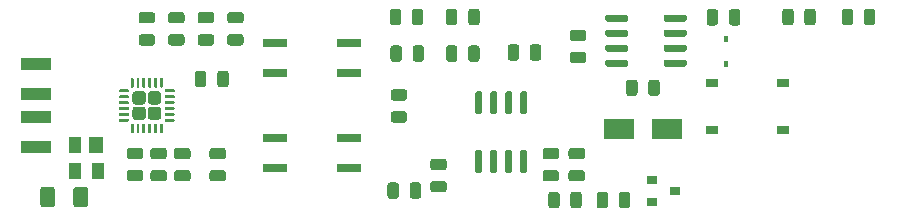
<source format=gbr>
G04 #@! TF.GenerationSoftware,KiCad,Pcbnew,(5.1.6)-1*
G04 #@! TF.CreationDate,2020-11-13T23:39:30+01:00*
G04 #@! TF.ProjectId,ebuzzz-adapter,6562757a-7a7a-42d6-9164-61707465722e,rev?*
G04 #@! TF.SameCoordinates,Original*
G04 #@! TF.FileFunction,Paste,Top*
G04 #@! TF.FilePolarity,Positive*
%FSLAX46Y46*%
G04 Gerber Fmt 4.6, Leading zero omitted, Abs format (unit mm)*
G04 Created by KiCad (PCBNEW (5.1.6)-1) date 2020-11-13 23:39:30*
%MOMM*%
%LPD*%
G01*
G04 APERTURE LIST*
%ADD10R,1.000000X0.700000*%
%ADD11R,2.500000X1.800000*%
%ADD12R,0.900000X0.800000*%
%ADD13R,0.450000X0.600000*%
%ADD14R,1.000000X1.400000*%
%ADD15R,1.200000X1.400000*%
%ADD16R,2.500000X1.100000*%
%ADD17R,2.000000X0.640000*%
G04 APERTURE END LIST*
D10*
X161825000Y-77100000D03*
X161825000Y-81100000D03*
X155875000Y-81100000D03*
X155875000Y-77100000D03*
D11*
X148000000Y-81000000D03*
X152000000Y-81000000D03*
D12*
X152750000Y-86250000D03*
X150750000Y-87200000D03*
X150750000Y-85300000D03*
G36*
G01*
X139755000Y-82750000D02*
X140055000Y-82750000D01*
G75*
G02*
X140205000Y-82900000I0J-150000D01*
G01*
X140205000Y-84550000D01*
G75*
G02*
X140055000Y-84700000I-150000J0D01*
G01*
X139755000Y-84700000D01*
G75*
G02*
X139605000Y-84550000I0J150000D01*
G01*
X139605000Y-82900000D01*
G75*
G02*
X139755000Y-82750000I150000J0D01*
G01*
G37*
G36*
G01*
X138485000Y-82750000D02*
X138785000Y-82750000D01*
G75*
G02*
X138935000Y-82900000I0J-150000D01*
G01*
X138935000Y-84550000D01*
G75*
G02*
X138785000Y-84700000I-150000J0D01*
G01*
X138485000Y-84700000D01*
G75*
G02*
X138335000Y-84550000I0J150000D01*
G01*
X138335000Y-82900000D01*
G75*
G02*
X138485000Y-82750000I150000J0D01*
G01*
G37*
G36*
G01*
X137215000Y-82750000D02*
X137515000Y-82750000D01*
G75*
G02*
X137665000Y-82900000I0J-150000D01*
G01*
X137665000Y-84550000D01*
G75*
G02*
X137515000Y-84700000I-150000J0D01*
G01*
X137215000Y-84700000D01*
G75*
G02*
X137065000Y-84550000I0J150000D01*
G01*
X137065000Y-82900000D01*
G75*
G02*
X137215000Y-82750000I150000J0D01*
G01*
G37*
G36*
G01*
X135945000Y-82750000D02*
X136245000Y-82750000D01*
G75*
G02*
X136395000Y-82900000I0J-150000D01*
G01*
X136395000Y-84550000D01*
G75*
G02*
X136245000Y-84700000I-150000J0D01*
G01*
X135945000Y-84700000D01*
G75*
G02*
X135795000Y-84550000I0J150000D01*
G01*
X135795000Y-82900000D01*
G75*
G02*
X135945000Y-82750000I150000J0D01*
G01*
G37*
G36*
G01*
X135945000Y-77800000D02*
X136245000Y-77800000D01*
G75*
G02*
X136395000Y-77950000I0J-150000D01*
G01*
X136395000Y-79600000D01*
G75*
G02*
X136245000Y-79750000I-150000J0D01*
G01*
X135945000Y-79750000D01*
G75*
G02*
X135795000Y-79600000I0J150000D01*
G01*
X135795000Y-77950000D01*
G75*
G02*
X135945000Y-77800000I150000J0D01*
G01*
G37*
G36*
G01*
X137215000Y-77800000D02*
X137515000Y-77800000D01*
G75*
G02*
X137665000Y-77950000I0J-150000D01*
G01*
X137665000Y-79600000D01*
G75*
G02*
X137515000Y-79750000I-150000J0D01*
G01*
X137215000Y-79750000D01*
G75*
G02*
X137065000Y-79600000I0J150000D01*
G01*
X137065000Y-77950000D01*
G75*
G02*
X137215000Y-77800000I150000J0D01*
G01*
G37*
G36*
G01*
X138485000Y-77800000D02*
X138785000Y-77800000D01*
G75*
G02*
X138935000Y-77950000I0J-150000D01*
G01*
X138935000Y-79600000D01*
G75*
G02*
X138785000Y-79750000I-150000J0D01*
G01*
X138485000Y-79750000D01*
G75*
G02*
X138335000Y-79600000I0J150000D01*
G01*
X138335000Y-77950000D01*
G75*
G02*
X138485000Y-77800000I150000J0D01*
G01*
G37*
G36*
G01*
X139755000Y-77800000D02*
X140055000Y-77800000D01*
G75*
G02*
X140205000Y-77950000I0J-150000D01*
G01*
X140205000Y-79600000D01*
G75*
G02*
X140055000Y-79750000I-150000J0D01*
G01*
X139755000Y-79750000D01*
G75*
G02*
X139605000Y-79600000I0J150000D01*
G01*
X139605000Y-77950000D01*
G75*
G02*
X139755000Y-77800000I150000J0D01*
G01*
G37*
G36*
G01*
X151750000Y-71745000D02*
X151750000Y-71445000D01*
G75*
G02*
X151900000Y-71295000I150000J0D01*
G01*
X153550000Y-71295000D01*
G75*
G02*
X153700000Y-71445000I0J-150000D01*
G01*
X153700000Y-71745000D01*
G75*
G02*
X153550000Y-71895000I-150000J0D01*
G01*
X151900000Y-71895000D01*
G75*
G02*
X151750000Y-71745000I0J150000D01*
G01*
G37*
G36*
G01*
X151750000Y-73015000D02*
X151750000Y-72715000D01*
G75*
G02*
X151900000Y-72565000I150000J0D01*
G01*
X153550000Y-72565000D01*
G75*
G02*
X153700000Y-72715000I0J-150000D01*
G01*
X153700000Y-73015000D01*
G75*
G02*
X153550000Y-73165000I-150000J0D01*
G01*
X151900000Y-73165000D01*
G75*
G02*
X151750000Y-73015000I0J150000D01*
G01*
G37*
G36*
G01*
X151750000Y-74285000D02*
X151750000Y-73985000D01*
G75*
G02*
X151900000Y-73835000I150000J0D01*
G01*
X153550000Y-73835000D01*
G75*
G02*
X153700000Y-73985000I0J-150000D01*
G01*
X153700000Y-74285000D01*
G75*
G02*
X153550000Y-74435000I-150000J0D01*
G01*
X151900000Y-74435000D01*
G75*
G02*
X151750000Y-74285000I0J150000D01*
G01*
G37*
G36*
G01*
X151750000Y-75555000D02*
X151750000Y-75255000D01*
G75*
G02*
X151900000Y-75105000I150000J0D01*
G01*
X153550000Y-75105000D01*
G75*
G02*
X153700000Y-75255000I0J-150000D01*
G01*
X153700000Y-75555000D01*
G75*
G02*
X153550000Y-75705000I-150000J0D01*
G01*
X151900000Y-75705000D01*
G75*
G02*
X151750000Y-75555000I0J150000D01*
G01*
G37*
G36*
G01*
X146800000Y-75555000D02*
X146800000Y-75255000D01*
G75*
G02*
X146950000Y-75105000I150000J0D01*
G01*
X148600000Y-75105000D01*
G75*
G02*
X148750000Y-75255000I0J-150000D01*
G01*
X148750000Y-75555000D01*
G75*
G02*
X148600000Y-75705000I-150000J0D01*
G01*
X146950000Y-75705000D01*
G75*
G02*
X146800000Y-75555000I0J150000D01*
G01*
G37*
G36*
G01*
X146800000Y-74285000D02*
X146800000Y-73985000D01*
G75*
G02*
X146950000Y-73835000I150000J0D01*
G01*
X148600000Y-73835000D01*
G75*
G02*
X148750000Y-73985000I0J-150000D01*
G01*
X148750000Y-74285000D01*
G75*
G02*
X148600000Y-74435000I-150000J0D01*
G01*
X146950000Y-74435000D01*
G75*
G02*
X146800000Y-74285000I0J150000D01*
G01*
G37*
G36*
G01*
X146800000Y-73015000D02*
X146800000Y-72715000D01*
G75*
G02*
X146950000Y-72565000I150000J0D01*
G01*
X148600000Y-72565000D01*
G75*
G02*
X148750000Y-72715000I0J-150000D01*
G01*
X148750000Y-73015000D01*
G75*
G02*
X148600000Y-73165000I-150000J0D01*
G01*
X146950000Y-73165000D01*
G75*
G02*
X146800000Y-73015000I0J150000D01*
G01*
G37*
G36*
G01*
X146800000Y-71745000D02*
X146800000Y-71445000D01*
G75*
G02*
X146950000Y-71295000I150000J0D01*
G01*
X148600000Y-71295000D01*
G75*
G02*
X148750000Y-71445000I0J-150000D01*
G01*
X148750000Y-71745000D01*
G75*
G02*
X148600000Y-71895000I-150000J0D01*
G01*
X146950000Y-71895000D01*
G75*
G02*
X146800000Y-71745000I0J150000D01*
G01*
G37*
D13*
X157000000Y-75450000D03*
X157000000Y-73350000D03*
G36*
G01*
X106543750Y-84450000D02*
X107456250Y-84450000D01*
G75*
G02*
X107700000Y-84693750I0J-243750D01*
G01*
X107700000Y-85181250D01*
G75*
G02*
X107456250Y-85425000I-243750J0D01*
G01*
X106543750Y-85425000D01*
G75*
G02*
X106300000Y-85181250I0J243750D01*
G01*
X106300000Y-84693750D01*
G75*
G02*
X106543750Y-84450000I243750J0D01*
G01*
G37*
G36*
G01*
X106543750Y-82575000D02*
X107456250Y-82575000D01*
G75*
G02*
X107700000Y-82818750I0J-243750D01*
G01*
X107700000Y-83306250D01*
G75*
G02*
X107456250Y-83550000I-243750J0D01*
G01*
X106543750Y-83550000D01*
G75*
G02*
X106300000Y-83306250I0J243750D01*
G01*
X106300000Y-82818750D01*
G75*
G02*
X106543750Y-82575000I243750J0D01*
G01*
G37*
G36*
G01*
X113543750Y-84450000D02*
X114456250Y-84450000D01*
G75*
G02*
X114700000Y-84693750I0J-243750D01*
G01*
X114700000Y-85181250D01*
G75*
G02*
X114456250Y-85425000I-243750J0D01*
G01*
X113543750Y-85425000D01*
G75*
G02*
X113300000Y-85181250I0J243750D01*
G01*
X113300000Y-84693750D01*
G75*
G02*
X113543750Y-84450000I243750J0D01*
G01*
G37*
G36*
G01*
X113543750Y-82575000D02*
X114456250Y-82575000D01*
G75*
G02*
X114700000Y-82818750I0J-243750D01*
G01*
X114700000Y-83306250D01*
G75*
G02*
X114456250Y-83550000I-243750J0D01*
G01*
X113543750Y-83550000D01*
G75*
G02*
X113300000Y-83306250I0J243750D01*
G01*
X113300000Y-82818750D01*
G75*
G02*
X113543750Y-82575000I243750J0D01*
G01*
G37*
G36*
G01*
X110543750Y-84450000D02*
X111456250Y-84450000D01*
G75*
G02*
X111700000Y-84693750I0J-243750D01*
G01*
X111700000Y-85181250D01*
G75*
G02*
X111456250Y-85425000I-243750J0D01*
G01*
X110543750Y-85425000D01*
G75*
G02*
X110300000Y-85181250I0J243750D01*
G01*
X110300000Y-84693750D01*
G75*
G02*
X110543750Y-84450000I243750J0D01*
G01*
G37*
G36*
G01*
X110543750Y-82575000D02*
X111456250Y-82575000D01*
G75*
G02*
X111700000Y-82818750I0J-243750D01*
G01*
X111700000Y-83306250D01*
G75*
G02*
X111456250Y-83550000I-243750J0D01*
G01*
X110543750Y-83550000D01*
G75*
G02*
X110300000Y-83306250I0J243750D01*
G01*
X110300000Y-82818750D01*
G75*
G02*
X110543750Y-82575000I243750J0D01*
G01*
G37*
G36*
G01*
X108543750Y-84450000D02*
X109456250Y-84450000D01*
G75*
G02*
X109700000Y-84693750I0J-243750D01*
G01*
X109700000Y-85181250D01*
G75*
G02*
X109456250Y-85425000I-243750J0D01*
G01*
X108543750Y-85425000D01*
G75*
G02*
X108300000Y-85181250I0J243750D01*
G01*
X108300000Y-84693750D01*
G75*
G02*
X108543750Y-84450000I243750J0D01*
G01*
G37*
G36*
G01*
X108543750Y-82575000D02*
X109456250Y-82575000D01*
G75*
G02*
X109700000Y-82818750I0J-243750D01*
G01*
X109700000Y-83306250D01*
G75*
G02*
X109456250Y-83550000I-243750J0D01*
G01*
X108543750Y-83550000D01*
G75*
G02*
X108300000Y-83306250I0J243750D01*
G01*
X108300000Y-82818750D01*
G75*
G02*
X108543750Y-82575000I243750J0D01*
G01*
G37*
D14*
X103850000Y-84500000D03*
X101950000Y-84500000D03*
X101950000Y-82300000D03*
D15*
X103670000Y-82300000D03*
G36*
G01*
X101775000Y-87375000D02*
X101775000Y-86125000D01*
G75*
G02*
X102025000Y-85875000I250000J0D01*
G01*
X102775000Y-85875000D01*
G75*
G02*
X103025000Y-86125000I0J-250000D01*
G01*
X103025000Y-87375000D01*
G75*
G02*
X102775000Y-87625000I-250000J0D01*
G01*
X102025000Y-87625000D01*
G75*
G02*
X101775000Y-87375000I0J250000D01*
G01*
G37*
G36*
G01*
X98975000Y-87375000D02*
X98975000Y-86125000D01*
G75*
G02*
X99225000Y-85875000I250000J0D01*
G01*
X99975000Y-85875000D01*
G75*
G02*
X100225000Y-86125000I0J-250000D01*
G01*
X100225000Y-87375000D01*
G75*
G02*
X99975000Y-87625000I-250000J0D01*
G01*
X99225000Y-87625000D01*
G75*
G02*
X98975000Y-87375000I0J250000D01*
G01*
G37*
D16*
X98650000Y-75500000D03*
X98650000Y-82500000D03*
X98650000Y-78000000D03*
X98650000Y-80000000D03*
G36*
G01*
X110043750Y-72950000D02*
X110956250Y-72950000D01*
G75*
G02*
X111200000Y-73193750I0J-243750D01*
G01*
X111200000Y-73681250D01*
G75*
G02*
X110956250Y-73925000I-243750J0D01*
G01*
X110043750Y-73925000D01*
G75*
G02*
X109800000Y-73681250I0J243750D01*
G01*
X109800000Y-73193750D01*
G75*
G02*
X110043750Y-72950000I243750J0D01*
G01*
G37*
G36*
G01*
X110043750Y-71075000D02*
X110956250Y-71075000D01*
G75*
G02*
X111200000Y-71318750I0J-243750D01*
G01*
X111200000Y-71806250D01*
G75*
G02*
X110956250Y-72050000I-243750J0D01*
G01*
X110043750Y-72050000D01*
G75*
G02*
X109800000Y-71806250I0J243750D01*
G01*
X109800000Y-71318750D01*
G75*
G02*
X110043750Y-71075000I243750J0D01*
G01*
G37*
D17*
X125150000Y-73730000D03*
X125150000Y-76270000D03*
X118850000Y-76270000D03*
X118850000Y-73730000D03*
X118850000Y-84270000D03*
X118850000Y-81730000D03*
X125150000Y-81730000D03*
X125150000Y-84270000D03*
G36*
G01*
X149550000Y-77043750D02*
X149550000Y-77956250D01*
G75*
G02*
X149306250Y-78200000I-243750J0D01*
G01*
X148818750Y-78200000D01*
G75*
G02*
X148575000Y-77956250I0J243750D01*
G01*
X148575000Y-77043750D01*
G75*
G02*
X148818750Y-76800000I243750J0D01*
G01*
X149306250Y-76800000D01*
G75*
G02*
X149550000Y-77043750I0J-243750D01*
G01*
G37*
G36*
G01*
X151425000Y-77043750D02*
X151425000Y-77956250D01*
G75*
G02*
X151181250Y-78200000I-243750J0D01*
G01*
X150693750Y-78200000D01*
G75*
G02*
X150450000Y-77956250I0J243750D01*
G01*
X150450000Y-77043750D01*
G75*
G02*
X150693750Y-76800000I243750J0D01*
G01*
X151181250Y-76800000D01*
G75*
G02*
X151425000Y-77043750I0J-243750D01*
G01*
G37*
G36*
G01*
X144043750Y-74450000D02*
X144956250Y-74450000D01*
G75*
G02*
X145200000Y-74693750I0J-243750D01*
G01*
X145200000Y-75181250D01*
G75*
G02*
X144956250Y-75425000I-243750J0D01*
G01*
X144043750Y-75425000D01*
G75*
G02*
X143800000Y-75181250I0J243750D01*
G01*
X143800000Y-74693750D01*
G75*
G02*
X144043750Y-74450000I243750J0D01*
G01*
G37*
G36*
G01*
X144043750Y-72575000D02*
X144956250Y-72575000D01*
G75*
G02*
X145200000Y-72818750I0J-243750D01*
G01*
X145200000Y-73306250D01*
G75*
G02*
X144956250Y-73550000I-243750J0D01*
G01*
X144043750Y-73550000D01*
G75*
G02*
X143800000Y-73306250I0J243750D01*
G01*
X143800000Y-72818750D01*
G75*
G02*
X144043750Y-72575000I243750J0D01*
G01*
G37*
G36*
G01*
X133156250Y-84475000D02*
X132243750Y-84475000D01*
G75*
G02*
X132000000Y-84231250I0J243750D01*
G01*
X132000000Y-83743750D01*
G75*
G02*
X132243750Y-83500000I243750J0D01*
G01*
X133156250Y-83500000D01*
G75*
G02*
X133400000Y-83743750I0J-243750D01*
G01*
X133400000Y-84231250D01*
G75*
G02*
X133156250Y-84475000I-243750J0D01*
G01*
G37*
G36*
G01*
X133156250Y-86350000D02*
X132243750Y-86350000D01*
G75*
G02*
X132000000Y-86106250I0J243750D01*
G01*
X132000000Y-85618750D01*
G75*
G02*
X132243750Y-85375000I243750J0D01*
G01*
X133156250Y-85375000D01*
G75*
G02*
X133400000Y-85618750I0J-243750D01*
G01*
X133400000Y-86106250D01*
G75*
G02*
X133156250Y-86350000I-243750J0D01*
G01*
G37*
G36*
G01*
X113950000Y-77206250D02*
X113950000Y-76293750D01*
G75*
G02*
X114193750Y-76050000I243750J0D01*
G01*
X114681250Y-76050000D01*
G75*
G02*
X114925000Y-76293750I0J-243750D01*
G01*
X114925000Y-77206250D01*
G75*
G02*
X114681250Y-77450000I-243750J0D01*
G01*
X114193750Y-77450000D01*
G75*
G02*
X113950000Y-77206250I0J243750D01*
G01*
G37*
G36*
G01*
X112075000Y-77206250D02*
X112075000Y-76293750D01*
G75*
G02*
X112318750Y-76050000I243750J0D01*
G01*
X112806250Y-76050000D01*
G75*
G02*
X113050000Y-76293750I0J-243750D01*
G01*
X113050000Y-77206250D01*
G75*
G02*
X112806250Y-77450000I-243750J0D01*
G01*
X112318750Y-77450000D01*
G75*
G02*
X112075000Y-77206250I0J243750D01*
G01*
G37*
G36*
G01*
X130425000Y-71956250D02*
X130425000Y-71043750D01*
G75*
G02*
X130668750Y-70800000I243750J0D01*
G01*
X131156250Y-70800000D01*
G75*
G02*
X131400000Y-71043750I0J-243750D01*
G01*
X131400000Y-71956250D01*
G75*
G02*
X131156250Y-72200000I-243750J0D01*
G01*
X130668750Y-72200000D01*
G75*
G02*
X130425000Y-71956250I0J243750D01*
G01*
G37*
G36*
G01*
X128550000Y-71956250D02*
X128550000Y-71043750D01*
G75*
G02*
X128793750Y-70800000I243750J0D01*
G01*
X129281250Y-70800000D01*
G75*
G02*
X129525000Y-71043750I0J-243750D01*
G01*
X129525000Y-71956250D01*
G75*
G02*
X129281250Y-72200000I-243750J0D01*
G01*
X128793750Y-72200000D01*
G75*
G02*
X128550000Y-71956250I0J243750D01*
G01*
G37*
G36*
G01*
X168700000Y-71956250D02*
X168700000Y-71043750D01*
G75*
G02*
X168943750Y-70800000I243750J0D01*
G01*
X169431250Y-70800000D01*
G75*
G02*
X169675000Y-71043750I0J-243750D01*
G01*
X169675000Y-71956250D01*
G75*
G02*
X169431250Y-72200000I-243750J0D01*
G01*
X168943750Y-72200000D01*
G75*
G02*
X168700000Y-71956250I0J243750D01*
G01*
G37*
G36*
G01*
X166825000Y-71956250D02*
X166825000Y-71043750D01*
G75*
G02*
X167068750Y-70800000I243750J0D01*
G01*
X167556250Y-70800000D01*
G75*
G02*
X167800000Y-71043750I0J-243750D01*
G01*
X167800000Y-71956250D01*
G75*
G02*
X167556250Y-72200000I-243750J0D01*
G01*
X167068750Y-72200000D01*
G75*
G02*
X166825000Y-71956250I0J243750D01*
G01*
G37*
G36*
G01*
X107543750Y-72950000D02*
X108456250Y-72950000D01*
G75*
G02*
X108700000Y-73193750I0J-243750D01*
G01*
X108700000Y-73681250D01*
G75*
G02*
X108456250Y-73925000I-243750J0D01*
G01*
X107543750Y-73925000D01*
G75*
G02*
X107300000Y-73681250I0J243750D01*
G01*
X107300000Y-73193750D01*
G75*
G02*
X107543750Y-72950000I243750J0D01*
G01*
G37*
G36*
G01*
X107543750Y-71075000D02*
X108456250Y-71075000D01*
G75*
G02*
X108700000Y-71318750I0J-243750D01*
G01*
X108700000Y-71806250D01*
G75*
G02*
X108456250Y-72050000I-243750J0D01*
G01*
X107543750Y-72050000D01*
G75*
G02*
X107300000Y-71806250I0J243750D01*
G01*
X107300000Y-71318750D01*
G75*
G02*
X107543750Y-71075000I243750J0D01*
G01*
G37*
G36*
G01*
X129350000Y-85743750D02*
X129350000Y-86656250D01*
G75*
G02*
X129106250Y-86900000I-243750J0D01*
G01*
X128618750Y-86900000D01*
G75*
G02*
X128375000Y-86656250I0J243750D01*
G01*
X128375000Y-85743750D01*
G75*
G02*
X128618750Y-85500000I243750J0D01*
G01*
X129106250Y-85500000D01*
G75*
G02*
X129350000Y-85743750I0J-243750D01*
G01*
G37*
G36*
G01*
X131225000Y-85743750D02*
X131225000Y-86656250D01*
G75*
G02*
X130981250Y-86900000I-243750J0D01*
G01*
X130493750Y-86900000D01*
G75*
G02*
X130250000Y-86656250I0J243750D01*
G01*
X130250000Y-85743750D01*
G75*
G02*
X130493750Y-85500000I243750J0D01*
G01*
X130981250Y-85500000D01*
G75*
G02*
X131225000Y-85743750I0J-243750D01*
G01*
G37*
G36*
G01*
X128883750Y-79480000D02*
X129796250Y-79480000D01*
G75*
G02*
X130040000Y-79723750I0J-243750D01*
G01*
X130040000Y-80211250D01*
G75*
G02*
X129796250Y-80455000I-243750J0D01*
G01*
X128883750Y-80455000D01*
G75*
G02*
X128640000Y-80211250I0J243750D01*
G01*
X128640000Y-79723750D01*
G75*
G02*
X128883750Y-79480000I243750J0D01*
G01*
G37*
G36*
G01*
X128883750Y-77605000D02*
X129796250Y-77605000D01*
G75*
G02*
X130040000Y-77848750I0J-243750D01*
G01*
X130040000Y-78336250D01*
G75*
G02*
X129796250Y-78580000I-243750J0D01*
G01*
X128883750Y-78580000D01*
G75*
G02*
X128640000Y-78336250I0J243750D01*
G01*
X128640000Y-77848750D01*
G75*
G02*
X128883750Y-77605000I243750J0D01*
G01*
G37*
G36*
G01*
X134300000Y-71043750D02*
X134300000Y-71956250D01*
G75*
G02*
X134056250Y-72200000I-243750J0D01*
G01*
X133568750Y-72200000D01*
G75*
G02*
X133325000Y-71956250I0J243750D01*
G01*
X133325000Y-71043750D01*
G75*
G02*
X133568750Y-70800000I243750J0D01*
G01*
X134056250Y-70800000D01*
G75*
G02*
X134300000Y-71043750I0J-243750D01*
G01*
G37*
G36*
G01*
X136175000Y-71043750D02*
X136175000Y-71956250D01*
G75*
G02*
X135931250Y-72200000I-243750J0D01*
G01*
X135443750Y-72200000D01*
G75*
G02*
X135200000Y-71956250I0J243750D01*
G01*
X135200000Y-71043750D01*
G75*
G02*
X135443750Y-70800000I243750J0D01*
G01*
X135931250Y-70800000D01*
G75*
G02*
X136175000Y-71043750I0J-243750D01*
G01*
G37*
G36*
G01*
X130500000Y-75056250D02*
X130500000Y-74143750D01*
G75*
G02*
X130743750Y-73900000I243750J0D01*
G01*
X131231250Y-73900000D01*
G75*
G02*
X131475000Y-74143750I0J-243750D01*
G01*
X131475000Y-75056250D01*
G75*
G02*
X131231250Y-75300000I-243750J0D01*
G01*
X130743750Y-75300000D01*
G75*
G02*
X130500000Y-75056250I0J243750D01*
G01*
G37*
G36*
G01*
X128625000Y-75056250D02*
X128625000Y-74143750D01*
G75*
G02*
X128868750Y-73900000I243750J0D01*
G01*
X129356250Y-73900000D01*
G75*
G02*
X129600000Y-74143750I0J-243750D01*
G01*
X129600000Y-75056250D01*
G75*
G02*
X129356250Y-75300000I-243750J0D01*
G01*
X128868750Y-75300000D01*
G75*
G02*
X128625000Y-75056250I0J243750D01*
G01*
G37*
G36*
G01*
X144856250Y-83550000D02*
X143943750Y-83550000D01*
G75*
G02*
X143700000Y-83306250I0J243750D01*
G01*
X143700000Y-82818750D01*
G75*
G02*
X143943750Y-82575000I243750J0D01*
G01*
X144856250Y-82575000D01*
G75*
G02*
X145100000Y-82818750I0J-243750D01*
G01*
X145100000Y-83306250D01*
G75*
G02*
X144856250Y-83550000I-243750J0D01*
G01*
G37*
G36*
G01*
X144856250Y-85425000D02*
X143943750Y-85425000D01*
G75*
G02*
X143700000Y-85181250I0J243750D01*
G01*
X143700000Y-84693750D01*
G75*
G02*
X143943750Y-84450000I243750J0D01*
G01*
X144856250Y-84450000D01*
G75*
G02*
X145100000Y-84693750I0J-243750D01*
G01*
X145100000Y-85181250D01*
G75*
G02*
X144856250Y-85425000I-243750J0D01*
G01*
G37*
G36*
G01*
X142656250Y-83550000D02*
X141743750Y-83550000D01*
G75*
G02*
X141500000Y-83306250I0J243750D01*
G01*
X141500000Y-82818750D01*
G75*
G02*
X141743750Y-82575000I243750J0D01*
G01*
X142656250Y-82575000D01*
G75*
G02*
X142900000Y-82818750I0J-243750D01*
G01*
X142900000Y-83306250D01*
G75*
G02*
X142656250Y-83550000I-243750J0D01*
G01*
G37*
G36*
G01*
X142656250Y-85425000D02*
X141743750Y-85425000D01*
G75*
G02*
X141500000Y-85181250I0J243750D01*
G01*
X141500000Y-84693750D01*
G75*
G02*
X141743750Y-84450000I243750J0D01*
G01*
X142656250Y-84450000D01*
G75*
G02*
X142900000Y-84693750I0J-243750D01*
G01*
X142900000Y-85181250D01*
G75*
G02*
X142656250Y-85425000I-243750J0D01*
G01*
G37*
G36*
G01*
X142950000Y-86543750D02*
X142950000Y-87456250D01*
G75*
G02*
X142706250Y-87700000I-243750J0D01*
G01*
X142218750Y-87700000D01*
G75*
G02*
X141975000Y-87456250I0J243750D01*
G01*
X141975000Y-86543750D01*
G75*
G02*
X142218750Y-86300000I243750J0D01*
G01*
X142706250Y-86300000D01*
G75*
G02*
X142950000Y-86543750I0J-243750D01*
G01*
G37*
G36*
G01*
X144825000Y-86543750D02*
X144825000Y-87456250D01*
G75*
G02*
X144581250Y-87700000I-243750J0D01*
G01*
X144093750Y-87700000D01*
G75*
G02*
X143850000Y-87456250I0J243750D01*
G01*
X143850000Y-86543750D01*
G75*
G02*
X144093750Y-86300000I243750J0D01*
G01*
X144581250Y-86300000D01*
G75*
G02*
X144825000Y-86543750I0J-243750D01*
G01*
G37*
G36*
G01*
X147950000Y-87456250D02*
X147950000Y-86543750D01*
G75*
G02*
X148193750Y-86300000I243750J0D01*
G01*
X148681250Y-86300000D01*
G75*
G02*
X148925000Y-86543750I0J-243750D01*
G01*
X148925000Y-87456250D01*
G75*
G02*
X148681250Y-87700000I-243750J0D01*
G01*
X148193750Y-87700000D01*
G75*
G02*
X147950000Y-87456250I0J243750D01*
G01*
G37*
G36*
G01*
X146075000Y-87456250D02*
X146075000Y-86543750D01*
G75*
G02*
X146318750Y-86300000I243750J0D01*
G01*
X146806250Y-86300000D01*
G75*
G02*
X147050000Y-86543750I0J-243750D01*
G01*
X147050000Y-87456250D01*
G75*
G02*
X146806250Y-87700000I-243750J0D01*
G01*
X146318750Y-87700000D01*
G75*
G02*
X146075000Y-87456250I0J243750D01*
G01*
G37*
G36*
G01*
X139525000Y-74043750D02*
X139525000Y-74956250D01*
G75*
G02*
X139281250Y-75200000I-243750J0D01*
G01*
X138793750Y-75200000D01*
G75*
G02*
X138550000Y-74956250I0J243750D01*
G01*
X138550000Y-74043750D01*
G75*
G02*
X138793750Y-73800000I243750J0D01*
G01*
X139281250Y-73800000D01*
G75*
G02*
X139525000Y-74043750I0J-243750D01*
G01*
G37*
G36*
G01*
X141400000Y-74043750D02*
X141400000Y-74956250D01*
G75*
G02*
X141156250Y-75200000I-243750J0D01*
G01*
X140668750Y-75200000D01*
G75*
G02*
X140425000Y-74956250I0J243750D01*
G01*
X140425000Y-74043750D01*
G75*
G02*
X140668750Y-73800000I243750J0D01*
G01*
X141156250Y-73800000D01*
G75*
G02*
X141400000Y-74043750I0J-243750D01*
G01*
G37*
G36*
G01*
X134300000Y-74143750D02*
X134300000Y-75056250D01*
G75*
G02*
X134056250Y-75300000I-243750J0D01*
G01*
X133568750Y-75300000D01*
G75*
G02*
X133325000Y-75056250I0J243750D01*
G01*
X133325000Y-74143750D01*
G75*
G02*
X133568750Y-73900000I243750J0D01*
G01*
X134056250Y-73900000D01*
G75*
G02*
X134300000Y-74143750I0J-243750D01*
G01*
G37*
G36*
G01*
X136175000Y-74143750D02*
X136175000Y-75056250D01*
G75*
G02*
X135931250Y-75300000I-243750J0D01*
G01*
X135443750Y-75300000D01*
G75*
G02*
X135200000Y-75056250I0J243750D01*
G01*
X135200000Y-74143750D01*
G75*
G02*
X135443750Y-73900000I243750J0D01*
G01*
X135931250Y-73900000D01*
G75*
G02*
X136175000Y-74143750I0J-243750D01*
G01*
G37*
G36*
G01*
X162775000Y-71043750D02*
X162775000Y-71956250D01*
G75*
G02*
X162531250Y-72200000I-243750J0D01*
G01*
X162043750Y-72200000D01*
G75*
G02*
X161800000Y-71956250I0J243750D01*
G01*
X161800000Y-71043750D01*
G75*
G02*
X162043750Y-70800000I243750J0D01*
G01*
X162531250Y-70800000D01*
G75*
G02*
X162775000Y-71043750I0J-243750D01*
G01*
G37*
G36*
G01*
X164650000Y-71043750D02*
X164650000Y-71956250D01*
G75*
G02*
X164406250Y-72200000I-243750J0D01*
G01*
X163918750Y-72200000D01*
G75*
G02*
X163675000Y-71956250I0J243750D01*
G01*
X163675000Y-71043750D01*
G75*
G02*
X163918750Y-70800000I243750J0D01*
G01*
X164406250Y-70800000D01*
G75*
G02*
X164650000Y-71043750I0J-243750D01*
G01*
G37*
G36*
G01*
X157275000Y-71981250D02*
X157275000Y-71068750D01*
G75*
G02*
X157518750Y-70825000I243750J0D01*
G01*
X158006250Y-70825000D01*
G75*
G02*
X158250000Y-71068750I0J-243750D01*
G01*
X158250000Y-71981250D01*
G75*
G02*
X158006250Y-72225000I-243750J0D01*
G01*
X157518750Y-72225000D01*
G75*
G02*
X157275000Y-71981250I0J243750D01*
G01*
G37*
G36*
G01*
X155400000Y-71981250D02*
X155400000Y-71068750D01*
G75*
G02*
X155643750Y-70825000I243750J0D01*
G01*
X156131250Y-70825000D01*
G75*
G02*
X156375000Y-71068750I0J-243750D01*
G01*
X156375000Y-71981250D01*
G75*
G02*
X156131250Y-72225000I-243750J0D01*
G01*
X155643750Y-72225000D01*
G75*
G02*
X155400000Y-71981250I0J243750D01*
G01*
G37*
G36*
G01*
X112543750Y-72950000D02*
X113456250Y-72950000D01*
G75*
G02*
X113700000Y-73193750I0J-243750D01*
G01*
X113700000Y-73681250D01*
G75*
G02*
X113456250Y-73925000I-243750J0D01*
G01*
X112543750Y-73925000D01*
G75*
G02*
X112300000Y-73681250I0J243750D01*
G01*
X112300000Y-73193750D01*
G75*
G02*
X112543750Y-72950000I243750J0D01*
G01*
G37*
G36*
G01*
X112543750Y-71075000D02*
X113456250Y-71075000D01*
G75*
G02*
X113700000Y-71318750I0J-243750D01*
G01*
X113700000Y-71806250D01*
G75*
G02*
X113456250Y-72050000I-243750J0D01*
G01*
X112543750Y-72050000D01*
G75*
G02*
X112300000Y-71806250I0J243750D01*
G01*
X112300000Y-71318750D01*
G75*
G02*
X112543750Y-71075000I243750J0D01*
G01*
G37*
G36*
G01*
X105650000Y-77812500D02*
X105650000Y-77687500D01*
G75*
G02*
X105712500Y-77625000I62500J0D01*
G01*
X106412500Y-77625000D01*
G75*
G02*
X106475000Y-77687500I0J-62500D01*
G01*
X106475000Y-77812500D01*
G75*
G02*
X106412500Y-77875000I-62500J0D01*
G01*
X105712500Y-77875000D01*
G75*
G02*
X105650000Y-77812500I0J62500D01*
G01*
G37*
G36*
G01*
X105650000Y-78312500D02*
X105650000Y-78187500D01*
G75*
G02*
X105712500Y-78125000I62500J0D01*
G01*
X106412500Y-78125000D01*
G75*
G02*
X106475000Y-78187500I0J-62500D01*
G01*
X106475000Y-78312500D01*
G75*
G02*
X106412500Y-78375000I-62500J0D01*
G01*
X105712500Y-78375000D01*
G75*
G02*
X105650000Y-78312500I0J62500D01*
G01*
G37*
G36*
G01*
X105650000Y-78812500D02*
X105650000Y-78687500D01*
G75*
G02*
X105712500Y-78625000I62500J0D01*
G01*
X106412500Y-78625000D01*
G75*
G02*
X106475000Y-78687500I0J-62500D01*
G01*
X106475000Y-78812500D01*
G75*
G02*
X106412500Y-78875000I-62500J0D01*
G01*
X105712500Y-78875000D01*
G75*
G02*
X105650000Y-78812500I0J62500D01*
G01*
G37*
G36*
G01*
X105650000Y-79312500D02*
X105650000Y-79187500D01*
G75*
G02*
X105712500Y-79125000I62500J0D01*
G01*
X106412500Y-79125000D01*
G75*
G02*
X106475000Y-79187500I0J-62500D01*
G01*
X106475000Y-79312500D01*
G75*
G02*
X106412500Y-79375000I-62500J0D01*
G01*
X105712500Y-79375000D01*
G75*
G02*
X105650000Y-79312500I0J62500D01*
G01*
G37*
G36*
G01*
X105650000Y-79812500D02*
X105650000Y-79687500D01*
G75*
G02*
X105712500Y-79625000I62500J0D01*
G01*
X106412500Y-79625000D01*
G75*
G02*
X106475000Y-79687500I0J-62500D01*
G01*
X106475000Y-79812500D01*
G75*
G02*
X106412500Y-79875000I-62500J0D01*
G01*
X105712500Y-79875000D01*
G75*
G02*
X105650000Y-79812500I0J62500D01*
G01*
G37*
G36*
G01*
X105650000Y-80312500D02*
X105650000Y-80187500D01*
G75*
G02*
X105712500Y-80125000I62500J0D01*
G01*
X106412500Y-80125000D01*
G75*
G02*
X106475000Y-80187500I0J-62500D01*
G01*
X106475000Y-80312500D01*
G75*
G02*
X106412500Y-80375000I-62500J0D01*
G01*
X105712500Y-80375000D01*
G75*
G02*
X105650000Y-80312500I0J62500D01*
G01*
G37*
G36*
G01*
X106625000Y-81287500D02*
X106625000Y-80587500D01*
G75*
G02*
X106687500Y-80525000I62500J0D01*
G01*
X106812500Y-80525000D01*
G75*
G02*
X106875000Y-80587500I0J-62500D01*
G01*
X106875000Y-81287500D01*
G75*
G02*
X106812500Y-81350000I-62500J0D01*
G01*
X106687500Y-81350000D01*
G75*
G02*
X106625000Y-81287500I0J62500D01*
G01*
G37*
G36*
G01*
X107125000Y-81287500D02*
X107125000Y-80587500D01*
G75*
G02*
X107187500Y-80525000I62500J0D01*
G01*
X107312500Y-80525000D01*
G75*
G02*
X107375000Y-80587500I0J-62500D01*
G01*
X107375000Y-81287500D01*
G75*
G02*
X107312500Y-81350000I-62500J0D01*
G01*
X107187500Y-81350000D01*
G75*
G02*
X107125000Y-81287500I0J62500D01*
G01*
G37*
G36*
G01*
X107625000Y-81287500D02*
X107625000Y-80587500D01*
G75*
G02*
X107687500Y-80525000I62500J0D01*
G01*
X107812500Y-80525000D01*
G75*
G02*
X107875000Y-80587500I0J-62500D01*
G01*
X107875000Y-81287500D01*
G75*
G02*
X107812500Y-81350000I-62500J0D01*
G01*
X107687500Y-81350000D01*
G75*
G02*
X107625000Y-81287500I0J62500D01*
G01*
G37*
G36*
G01*
X108125000Y-81287500D02*
X108125000Y-80587500D01*
G75*
G02*
X108187500Y-80525000I62500J0D01*
G01*
X108312500Y-80525000D01*
G75*
G02*
X108375000Y-80587500I0J-62500D01*
G01*
X108375000Y-81287500D01*
G75*
G02*
X108312500Y-81350000I-62500J0D01*
G01*
X108187500Y-81350000D01*
G75*
G02*
X108125000Y-81287500I0J62500D01*
G01*
G37*
G36*
G01*
X108625000Y-81287500D02*
X108625000Y-80587500D01*
G75*
G02*
X108687500Y-80525000I62500J0D01*
G01*
X108812500Y-80525000D01*
G75*
G02*
X108875000Y-80587500I0J-62500D01*
G01*
X108875000Y-81287500D01*
G75*
G02*
X108812500Y-81350000I-62500J0D01*
G01*
X108687500Y-81350000D01*
G75*
G02*
X108625000Y-81287500I0J62500D01*
G01*
G37*
G36*
G01*
X109125000Y-81287500D02*
X109125000Y-80587500D01*
G75*
G02*
X109187500Y-80525000I62500J0D01*
G01*
X109312500Y-80525000D01*
G75*
G02*
X109375000Y-80587500I0J-62500D01*
G01*
X109375000Y-81287500D01*
G75*
G02*
X109312500Y-81350000I-62500J0D01*
G01*
X109187500Y-81350000D01*
G75*
G02*
X109125000Y-81287500I0J62500D01*
G01*
G37*
G36*
G01*
X109525000Y-80312500D02*
X109525000Y-80187500D01*
G75*
G02*
X109587500Y-80125000I62500J0D01*
G01*
X110287500Y-80125000D01*
G75*
G02*
X110350000Y-80187500I0J-62500D01*
G01*
X110350000Y-80312500D01*
G75*
G02*
X110287500Y-80375000I-62500J0D01*
G01*
X109587500Y-80375000D01*
G75*
G02*
X109525000Y-80312500I0J62500D01*
G01*
G37*
G36*
G01*
X109525000Y-79812500D02*
X109525000Y-79687500D01*
G75*
G02*
X109587500Y-79625000I62500J0D01*
G01*
X110287500Y-79625000D01*
G75*
G02*
X110350000Y-79687500I0J-62500D01*
G01*
X110350000Y-79812500D01*
G75*
G02*
X110287500Y-79875000I-62500J0D01*
G01*
X109587500Y-79875000D01*
G75*
G02*
X109525000Y-79812500I0J62500D01*
G01*
G37*
G36*
G01*
X109525000Y-79312500D02*
X109525000Y-79187500D01*
G75*
G02*
X109587500Y-79125000I62500J0D01*
G01*
X110287500Y-79125000D01*
G75*
G02*
X110350000Y-79187500I0J-62500D01*
G01*
X110350000Y-79312500D01*
G75*
G02*
X110287500Y-79375000I-62500J0D01*
G01*
X109587500Y-79375000D01*
G75*
G02*
X109525000Y-79312500I0J62500D01*
G01*
G37*
G36*
G01*
X109525000Y-78812500D02*
X109525000Y-78687500D01*
G75*
G02*
X109587500Y-78625000I62500J0D01*
G01*
X110287500Y-78625000D01*
G75*
G02*
X110350000Y-78687500I0J-62500D01*
G01*
X110350000Y-78812500D01*
G75*
G02*
X110287500Y-78875000I-62500J0D01*
G01*
X109587500Y-78875000D01*
G75*
G02*
X109525000Y-78812500I0J62500D01*
G01*
G37*
G36*
G01*
X109525000Y-78312500D02*
X109525000Y-78187500D01*
G75*
G02*
X109587500Y-78125000I62500J0D01*
G01*
X110287500Y-78125000D01*
G75*
G02*
X110350000Y-78187500I0J-62500D01*
G01*
X110350000Y-78312500D01*
G75*
G02*
X110287500Y-78375000I-62500J0D01*
G01*
X109587500Y-78375000D01*
G75*
G02*
X109525000Y-78312500I0J62500D01*
G01*
G37*
G36*
G01*
X109525000Y-77812500D02*
X109525000Y-77687500D01*
G75*
G02*
X109587500Y-77625000I62500J0D01*
G01*
X110287500Y-77625000D01*
G75*
G02*
X110350000Y-77687500I0J-62500D01*
G01*
X110350000Y-77812500D01*
G75*
G02*
X110287500Y-77875000I-62500J0D01*
G01*
X109587500Y-77875000D01*
G75*
G02*
X109525000Y-77812500I0J62500D01*
G01*
G37*
G36*
G01*
X109125000Y-77412500D02*
X109125000Y-76712500D01*
G75*
G02*
X109187500Y-76650000I62500J0D01*
G01*
X109312500Y-76650000D01*
G75*
G02*
X109375000Y-76712500I0J-62500D01*
G01*
X109375000Y-77412500D01*
G75*
G02*
X109312500Y-77475000I-62500J0D01*
G01*
X109187500Y-77475000D01*
G75*
G02*
X109125000Y-77412500I0J62500D01*
G01*
G37*
G36*
G01*
X108625000Y-77412500D02*
X108625000Y-76712500D01*
G75*
G02*
X108687500Y-76650000I62500J0D01*
G01*
X108812500Y-76650000D01*
G75*
G02*
X108875000Y-76712500I0J-62500D01*
G01*
X108875000Y-77412500D01*
G75*
G02*
X108812500Y-77475000I-62500J0D01*
G01*
X108687500Y-77475000D01*
G75*
G02*
X108625000Y-77412500I0J62500D01*
G01*
G37*
G36*
G01*
X108125000Y-77412500D02*
X108125000Y-76712500D01*
G75*
G02*
X108187500Y-76650000I62500J0D01*
G01*
X108312500Y-76650000D01*
G75*
G02*
X108375000Y-76712500I0J-62500D01*
G01*
X108375000Y-77412500D01*
G75*
G02*
X108312500Y-77475000I-62500J0D01*
G01*
X108187500Y-77475000D01*
G75*
G02*
X108125000Y-77412500I0J62500D01*
G01*
G37*
G36*
G01*
X107625000Y-77412500D02*
X107625000Y-76712500D01*
G75*
G02*
X107687500Y-76650000I62500J0D01*
G01*
X107812500Y-76650000D01*
G75*
G02*
X107875000Y-76712500I0J-62500D01*
G01*
X107875000Y-77412500D01*
G75*
G02*
X107812500Y-77475000I-62500J0D01*
G01*
X107687500Y-77475000D01*
G75*
G02*
X107625000Y-77412500I0J62500D01*
G01*
G37*
G36*
G01*
X107125000Y-77412500D02*
X107125000Y-76712500D01*
G75*
G02*
X107187500Y-76650000I62500J0D01*
G01*
X107312500Y-76650000D01*
G75*
G02*
X107375000Y-76712500I0J-62500D01*
G01*
X107375000Y-77412500D01*
G75*
G02*
X107312500Y-77475000I-62500J0D01*
G01*
X107187500Y-77475000D01*
G75*
G02*
X107125000Y-77412500I0J62500D01*
G01*
G37*
G36*
G01*
X106625000Y-77412500D02*
X106625000Y-76712500D01*
G75*
G02*
X106687500Y-76650000I62500J0D01*
G01*
X106812500Y-76650000D01*
G75*
G02*
X106875000Y-76712500I0J-62500D01*
G01*
X106875000Y-77412500D01*
G75*
G02*
X106812500Y-77475000I-62500J0D01*
G01*
X106687500Y-77475000D01*
G75*
G02*
X106625000Y-77412500I0J62500D01*
G01*
G37*
G36*
G01*
X106785000Y-78665000D02*
X106785000Y-78035000D01*
G75*
G02*
X107035000Y-77785000I250000J0D01*
G01*
X107665000Y-77785000D01*
G75*
G02*
X107915000Y-78035000I0J-250000D01*
G01*
X107915000Y-78665000D01*
G75*
G02*
X107665000Y-78915000I-250000J0D01*
G01*
X107035000Y-78915000D01*
G75*
G02*
X106785000Y-78665000I0J250000D01*
G01*
G37*
G36*
G01*
X106785000Y-79965000D02*
X106785000Y-79335000D01*
G75*
G02*
X107035000Y-79085000I250000J0D01*
G01*
X107665000Y-79085000D01*
G75*
G02*
X107915000Y-79335000I0J-250000D01*
G01*
X107915000Y-79965000D01*
G75*
G02*
X107665000Y-80215000I-250000J0D01*
G01*
X107035000Y-80215000D01*
G75*
G02*
X106785000Y-79965000I0J250000D01*
G01*
G37*
G36*
G01*
X108085000Y-78665000D02*
X108085000Y-78035000D01*
G75*
G02*
X108335000Y-77785000I250000J0D01*
G01*
X108965000Y-77785000D01*
G75*
G02*
X109215000Y-78035000I0J-250000D01*
G01*
X109215000Y-78665000D01*
G75*
G02*
X108965000Y-78915000I-250000J0D01*
G01*
X108335000Y-78915000D01*
G75*
G02*
X108085000Y-78665000I0J250000D01*
G01*
G37*
G36*
G01*
X108085000Y-79965000D02*
X108085000Y-79335000D01*
G75*
G02*
X108335000Y-79085000I250000J0D01*
G01*
X108965000Y-79085000D01*
G75*
G02*
X109215000Y-79335000I0J-250000D01*
G01*
X109215000Y-79965000D01*
G75*
G02*
X108965000Y-80215000I-250000J0D01*
G01*
X108335000Y-80215000D01*
G75*
G02*
X108085000Y-79965000I0J250000D01*
G01*
G37*
G36*
G01*
X115043750Y-71075000D02*
X115956250Y-71075000D01*
G75*
G02*
X116200000Y-71318750I0J-243750D01*
G01*
X116200000Y-71806250D01*
G75*
G02*
X115956250Y-72050000I-243750J0D01*
G01*
X115043750Y-72050000D01*
G75*
G02*
X114800000Y-71806250I0J243750D01*
G01*
X114800000Y-71318750D01*
G75*
G02*
X115043750Y-71075000I243750J0D01*
G01*
G37*
G36*
G01*
X115043750Y-72950000D02*
X115956250Y-72950000D01*
G75*
G02*
X116200000Y-73193750I0J-243750D01*
G01*
X116200000Y-73681250D01*
G75*
G02*
X115956250Y-73925000I-243750J0D01*
G01*
X115043750Y-73925000D01*
G75*
G02*
X114800000Y-73681250I0J243750D01*
G01*
X114800000Y-73193750D01*
G75*
G02*
X115043750Y-72950000I243750J0D01*
G01*
G37*
M02*

</source>
